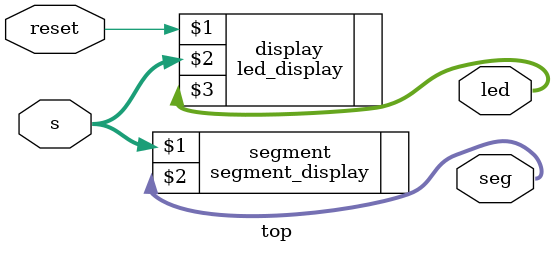
<source format=sv>

module top(  input logic reset, input logic [3:0] s,
	            output logic [2:0] led, output logic [6:0] seg
			);
			
	led_display display(reset, s, led);
	segment_display segment(s,seg);

endmodule


</source>
